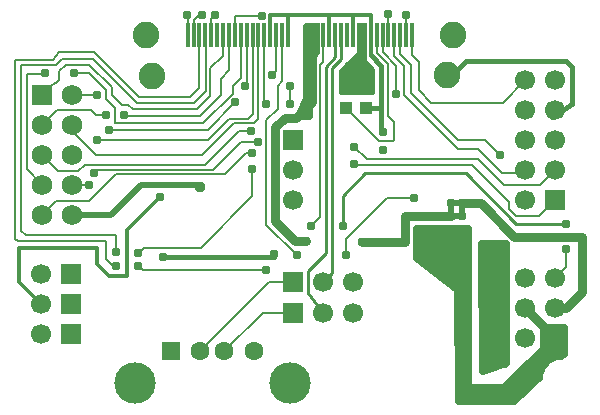
<source format=gbl>
G04 DipTrace 2.4.0.2*
%INBottom.gbr*%
%MOIN*%
%ADD13C,0.01*%
%ADD14C,0.0079*%
%ADD15C,0.02*%
%ADD16C,0.015*%
%ADD17C,0.012*%
%ADD18C,0.03*%
%ADD22C,0.025*%
%ADD25R,0.0433X0.0394*%
%ADD28R,0.0689X0.0689*%
%ADD29C,0.0689*%
%ADD30R,0.0669X0.0669*%
%ADD31C,0.0669*%
%ADD32R,0.0126X0.0827*%
%ADD33C,0.0886*%
%ADD34R,0.063X0.063*%
%ADD35C,0.063*%
%ADD36C,0.1378*%
%ADD48C,0.031*%
%ADD49C,0.037*%
%FSLAX44Y44*%
G04*
G70*
G90*
G75*
G01*
%LNBottom*%
%LPD*%
X15452Y16565D2*
D17*
Y17239D1*
X16040D1*
Y16567D1*
X16042Y16565D1*
X15452Y17239D2*
X14662D1*
Y16567D1*
X14664Y16565D1*
X12696D2*
Y17232D1*
X13280D1*
Y16572D1*
X13286Y16565D1*
X13280Y17232D2*
X14662Y17239D1*
X16042Y16565D2*
Y15882D1*
D16*
X16389Y15535D1*
Y14126D1*
Y13315D1*
D17*
X16440D1*
X17814Y9859D2*
D15*
Y9265D1*
X21187Y7461D2*
D18*
X22187Y6461D1*
X18583Y15218D2*
D16*
Y15037D1*
X19234Y15687D1*
X22560D1*
X22751Y15497D1*
Y14273D1*
X22070Y13824D1*
X22190Y14065D1*
X15895Y14126D2*
X16389D1*
X6090Y10565D2*
D15*
X7383D1*
X8397Y11579D1*
X10266D1*
X10360Y11484D1*
X17814Y9265D2*
X18253D1*
X18263Y9254D1*
X18724D1*
X19128D1*
Y4612D1*
X20338D1*
X22187Y6461D1*
X12816Y9251D2*
D16*
Y9172D1*
X9122D1*
X22190Y12065D2*
D14*
X21681Y11556D1*
X20475D1*
X19615Y12416D1*
X15930D1*
X15500Y12847D1*
X12102Y12104D2*
Y11182D1*
X10398Y9479D1*
X8473D1*
X8291Y9296D1*
X7557Y9324D2*
Y9894D1*
X4542D1*
X4393Y10043D1*
Y15574D1*
X5562D1*
X5755Y15768D1*
X6775D1*
X8240Y14303D1*
X10142D1*
X10536Y14697D1*
Y16559D1*
X10530Y16565D1*
X22190Y11065D2*
X21654Y10529D1*
X20879D1*
X20646Y10763D1*
Y10985D1*
X19415Y12216D1*
X15500D1*
Y12275D1*
X8280Y8857D2*
Y8891D1*
X8444Y8727D1*
X12529D1*
X12537Y8734D1*
X7562Y8849D2*
X7467D1*
X7214Y9101D1*
Y9681D1*
X4286D1*
X4202Y9764D1*
Y15739D1*
X5444D1*
X5657Y15992D1*
X6831D1*
X8323Y14501D1*
X10031D1*
X10334Y14803D1*
Y16565D1*
X14074D2*
D17*
Y15950D1*
X14271D1*
Y16565D1*
X13894Y9683D2*
D18*
X13528D1*
X12854Y10358D1*
Y13485D1*
X13182Y13813D1*
X13565D1*
X14074Y14322D1*
Y15950D1*
X15752Y9672D2*
X17183D1*
Y10526D1*
X18723D1*
X19089D2*
D15*
X18727D1*
X19092Y10966D2*
Y10962D1*
D18*
X19705D1*
X20824Y9843D1*
X23073D1*
Y7982D1*
X22552Y7461D1*
X22187D1*
X18727Y10966D2*
D15*
Y10531D1*
X18723Y10526D1*
X19092Y10962D2*
Y10529D1*
X18727Y10966D2*
X19088D1*
X19871Y6188D2*
D18*
X19889Y6171D1*
Y5755D1*
X20378Y6222D2*
X20392Y6208D1*
Y5754D1*
X19889Y5755D2*
Y9465D1*
X19886Y9468D1*
X20392Y9455D2*
Y5755D1*
Y5754D1*
X15166Y15260D2*
D17*
X15568D1*
X15573Y15254D1*
X15987D1*
X16008Y15233D1*
X15649Y16565D2*
Y15742D1*
X15166Y15260D1*
X15845Y16565D2*
Y15396D1*
X16008Y15233D1*
X15166Y15260D2*
D14*
Y14821D1*
X15160Y14815D1*
X15573Y15254D2*
Y14800D1*
X15574D1*
X16008Y15233D2*
Y14810D1*
X15995Y14796D1*
X15577D1*
X15574Y14800D2*
X15175D1*
X15160Y14815D1*
X16239Y16565D2*
Y15956D1*
X16603Y15592D1*
Y13879D1*
X16830Y13653D1*
Y13080D1*
X16787Y13037D1*
X16314D1*
X15225Y14126D1*
X17220Y17246D2*
X17223Y16565D1*
X17420D2*
Y15897D1*
X17650Y15668D1*
Y14761D1*
X17640Y14751D1*
Y14732D1*
X18059Y14312D1*
X20437D1*
X21190Y15065D1*
X16436Y16565D2*
Y15989D1*
X16878Y15546D1*
Y14608D1*
X16886Y14600D1*
X13089Y16565D2*
X13099D1*
Y15019D1*
X12945Y14866D1*
Y14110D1*
X12551Y13716D1*
Y10243D1*
X13576Y9217D1*
X15233Y9238D2*
Y9772D1*
X16589Y11128D1*
X17480D1*
X22187Y8461D2*
D13*
X22245D1*
Y8315D1*
X14467Y16565D2*
D14*
Y15676D1*
X14368Y15576D1*
Y10495D1*
X14061Y10188D1*
X15117Y10212D2*
D13*
Y11211D1*
X15856Y11950D1*
X19215D1*
X20901Y10263D1*
X22201D1*
X22187Y10248D1*
X22541D1*
X22542D1*
X22554Y9445D2*
D14*
Y8828D1*
X22187Y8461D1*
X5053Y7589D2*
D17*
X4314Y8328D1*
Y9448D1*
X6921D1*
Y8935D1*
X7314Y8542D1*
X7925D1*
Y10064D1*
X9023Y11162D1*
X16830Y16565D2*
D14*
Y15857D1*
X17167Y15519D1*
Y14569D1*
X18958Y12777D1*
X19613D1*
X20418Y11973D1*
X21098D1*
X21190Y12065D1*
X17026Y16565D2*
Y15923D1*
X17381Y15568D1*
Y14631D1*
X18945Y13067D1*
X19860D1*
X20362Y12565D1*
Y12573D1*
X14861Y16565D2*
D13*
Y15820D1*
X14537Y15496D1*
Y9283D1*
X13954Y8701D1*
Y7976D1*
X13943D1*
X14440Y7307D1*
X15058Y16565D2*
Y15755D1*
X14757Y15454D1*
Y8632D1*
X14440Y8315D1*
X13440Y7307D2*
D14*
X12436D1*
X11152Y6023D1*
X13440Y8315D2*
X12656D1*
X10365Y6023D1*
X9940Y16565D2*
Y17209D1*
X9919Y17230D1*
X10137Y16565D2*
Y17074D1*
X10404Y17342D1*
Y17227D1*
X10727Y16565D2*
Y17093D1*
X10864Y17230D1*
X5090Y14565D2*
X4907D1*
X5573Y14984D1*
X5668Y15055D1*
Y15350D1*
X5876Y15558D1*
X6664D1*
X7407Y14816D1*
Y14559D1*
X7736Y14229D1*
X7956D1*
X8125Y14090D1*
X10267D1*
X10694Y14517D1*
Y15449D1*
X11121Y15876D1*
Y16565D1*
X11318D2*
Y15381D1*
X11043Y15106D1*
Y14548D1*
X10358Y13863D1*
X7810D1*
Y13906D1*
X7230Y13891D2*
X6880D1*
X6703Y14068D1*
X5593D1*
X5090Y13565D1*
X12409Y17205D2*
X11515D1*
Y16565D1*
X12062Y13355D2*
X11639D1*
X10520Y12237D1*
X6507D1*
X6298Y12028D1*
X5627D1*
X5090Y12565D1*
X6160Y15284D2*
X6654D1*
X7216Y14722D1*
Y14442D1*
X7525Y14133D1*
Y13625D1*
X10464D1*
X11440Y14602D1*
Y14848D1*
X11711Y15120D1*
Y16565D1*
X5184Y15306D2*
Y15255D1*
X4571D1*
Y12084D1*
X5090Y11565D1*
X13355Y14272D2*
Y14853D1*
X12088Y12629D2*
X11895D1*
X11188Y11922D1*
X7539D1*
X6645Y11028D1*
X5553D1*
X5090Y10565D1*
X11839Y14853D2*
X11908Y14922D1*
Y16565D1*
X6930Y13065D2*
X10610D1*
X11324Y13778D1*
X11948D1*
X12105Y13936D1*
Y16565D1*
X6930Y14565D2*
X6090D1*
Y13565D2*
Y13369D1*
X6432Y13028D1*
X6422D1*
X6885Y12565D1*
X10425D1*
X11481Y13621D1*
X12145D1*
X12302Y13778D1*
Y16565D1*
X6820Y11971D2*
X6929Y12079D1*
X10786D1*
X11718Y13012D1*
X12276D1*
X12568Y14272D2*
X12499Y14341D1*
Y16565D1*
X12765Y15227D2*
X12893Y15355D1*
Y16565D1*
X7313Y13409D2*
X10624D1*
X11535Y14320D1*
X6663Y11565D2*
X6090D1*
X16633Y16565D2*
Y17244D1*
X16626Y17251D1*
D48*
X15166Y15260D3*
X16008Y15233D3*
X20392Y5754D3*
X19889Y5755D3*
X19092Y10962D3*
X17480Y11128D3*
X16886Y14600D3*
X19886Y9468D3*
X20392Y9455D3*
X9122Y9172D3*
X12816Y9251D3*
X17814Y9859D3*
Y9265D3*
X9023Y11162D3*
X16440Y13315D3*
X16453Y12717D3*
X16626Y17251D3*
X17220Y17246D3*
X15752Y9672D3*
X15117Y10212D3*
X14061Y10188D3*
X13894Y9683D3*
X20362Y12573D3*
X9919Y17230D3*
X10864D3*
X10404Y17227D3*
X22542Y10248D3*
X22554Y9445D3*
X15500Y12275D3*
Y12847D3*
X8291Y9296D3*
X12537Y8734D3*
X12102Y12104D3*
X8280Y8857D3*
X7557Y9324D3*
X7562Y8849D3*
X7810Y13906D3*
X7230Y13891D3*
X6160Y15284D3*
X5184Y15306D3*
X13576Y9217D3*
X15233Y9238D3*
X18723Y10526D3*
X19089D3*
X18727Y10966D3*
D49*
X10360Y11484D3*
D48*
X18263Y9254D3*
X18724D3*
X15573Y15254D3*
X12409Y17205D3*
X12062Y13355D3*
X11839Y14853D3*
X13355D3*
Y14272D3*
X12088Y12629D3*
X6930Y13065D3*
Y14565D3*
X12568Y14272D3*
X12276Y13012D3*
X6820Y11971D3*
X12765Y15227D3*
X11535Y14320D3*
X7313Y13409D3*
X6663Y11565D3*
X15160Y14815D3*
X15574Y14800D3*
X15995Y14796D3*
X15708Y16837D2*
D13*
X15785D1*
X15708Y16738D2*
X15785D1*
X15708Y16640D2*
X15785D1*
X15708Y16541D2*
X15785D1*
X15708Y16442D2*
X15785D1*
X15708Y16344D2*
X15785D1*
X15708Y16245D2*
X15785D1*
X15708Y16146D2*
X15785D1*
X15708Y16048D2*
X15785D1*
X15616Y15949D2*
X15782D1*
X15513Y15850D2*
X15776D1*
X15408Y15752D2*
X15809D1*
X15304Y15653D2*
X15895D1*
X15199Y15554D2*
X15993D1*
X15099Y15455D2*
X16093D1*
X15032Y15357D2*
X16120D1*
X15032Y15258D2*
X16120D1*
X15032Y15159D2*
X16120D1*
X15032Y15061D2*
X16120D1*
X15032Y14962D2*
X16120D1*
X15032Y14863D2*
X16120D1*
X15032Y14765D2*
X16120D1*
X15032Y14666D2*
X16120D1*
X15699Y16936D2*
Y15968D1*
X15625D1*
X15235Y15597D1*
X15047Y15412D1*
X15023Y15389D1*
X15021Y14625D1*
X15179D1*
Y14640D1*
X15941D1*
Y14626D1*
X16129Y14625D1*
X16130Y15429D1*
X15859Y15699D1*
X15827Y15737D1*
X15804Y15781D1*
X15789Y15829D1*
X15783Y15878D1*
X15787Y15928D1*
X15798Y15966D1*
X15795Y15968D1*
Y16935D1*
X15697Y16936D1*
X17615Y9833D2*
D22*
X19257D1*
X17615Y9585D2*
X19257D1*
X17615Y9336D2*
X19257D1*
X17685Y9087D2*
X19257D1*
X18006Y8839D2*
X19253D1*
X18326Y8590D2*
X19253D1*
X18650Y8341D2*
X19253D1*
X18967Y8093D2*
X19253D1*
X18994Y7844D2*
X19253D1*
X18994Y7595D2*
X19253D1*
X18994Y7347D2*
X19253D1*
X18994Y7098D2*
X19253D1*
X18994Y6849D2*
X19253D1*
X18994Y6601D2*
X19253D1*
X21850D2*
X22456D1*
X18994Y6352D2*
X19253D1*
X21850D2*
X22456D1*
X18994Y6103D2*
X19249D1*
X21834D2*
X22452D1*
X18994Y5854D2*
X19249D1*
X21592D2*
X22253D1*
X18994Y5606D2*
X19249D1*
X21338D2*
X21815D1*
X18994Y5357D2*
X19249D1*
X21084D2*
X21663D1*
X18994Y5108D2*
X19249D1*
X20830D2*
X21589D1*
X18994Y4860D2*
X19249D1*
X20576D2*
X21331D1*
X18994Y4611D2*
X21073D1*
X18994Y4362D2*
X20819D1*
X21638Y5129D2*
X21663Y5279D1*
X21705Y5397D1*
X21765Y5506D1*
X21841Y5605D1*
X21932Y5691D1*
X22035Y5762D1*
X22147Y5816D1*
X22267Y5852D1*
X22402Y5870D1*
X22477Y5945D1*
X22484Y6786D1*
X21823Y6785D1*
X21822Y6155D1*
X21786Y6069D1*
X20534Y4847D1*
X20450Y4812D1*
X19399D1*
X19293Y4873D1*
X19274Y4937D1*
X19281Y10082D1*
X17589D1*
X17588Y9141D1*
X18922Y8108D1*
X18968Y8031D1*
X18970Y4352D1*
X20833D1*
X21635Y5130D1*
X19786Y9341D2*
X20533D1*
X19786Y9092D2*
X20533D1*
X19786Y8843D2*
X20533D1*
X19786Y8595D2*
X20533D1*
X19786Y8346D2*
X20533D1*
X19790Y8097D2*
X20529D1*
X19790Y7848D2*
X20529D1*
X19790Y7600D2*
X20529D1*
X19790Y7351D2*
X20529D1*
X19790Y7102D2*
X20525D1*
X19790Y6854D2*
X20525D1*
X19794Y6605D2*
X20525D1*
X19794Y6356D2*
X20525D1*
X19794Y6108D2*
X20525D1*
X19794Y5859D2*
X20521D1*
X19794Y5610D2*
X20513D1*
X20556Y9589D2*
X19760D1*
X19770Y5367D1*
X20550Y5614D1*
X20548Y6021D1*
X20560Y9588D1*
X13934Y16591D2*
X14114D1*
X13934Y16343D2*
X14114D1*
X13934Y16094D2*
X14114D1*
X13934Y15845D2*
X14083D1*
X13778Y14105D2*
X13954D1*
X13664Y13856D2*
X13954D1*
X14139Y15891D2*
Y16844D1*
X13909Y16840D1*
X13903Y14440D1*
X13636Y13851D1*
X13977D1*
X13979Y15491D1*
X14006Y15616D1*
X14020Y15644D1*
X14037Y15746D1*
X14139Y15891D1*
D28*
X5090Y14565D3*
D29*
Y13565D3*
Y12565D3*
Y11565D3*
Y10565D3*
X6090D3*
Y11565D3*
Y12565D3*
Y13565D3*
Y14565D3*
D30*
X13468Y13066D3*
D31*
Y12066D3*
Y11066D3*
D30*
X22190Y11065D3*
D31*
X21190D3*
X22190Y12065D3*
X21190D3*
X22190Y13065D3*
X21190D3*
X22190Y14065D3*
X21190D3*
X22190Y15065D3*
X21190D3*
D30*
X6053Y6589D3*
D31*
X5053D3*
D32*
X9940Y16565D3*
X10137D3*
X10334D3*
X10530D3*
X10727D3*
X10924D3*
X11121D3*
X11318D3*
X11515D3*
X11711D3*
X11908D3*
X12105D3*
X12302D3*
X12499D3*
X12696D3*
X12893D3*
X13089D3*
X13286D3*
X14074D3*
X14271D3*
X14467D3*
X14664D3*
X14861D3*
X15058D3*
X15255D3*
X15452D3*
X15649D3*
X15845D3*
X16042D3*
X16239D3*
X16436D3*
X16633D3*
X16830D3*
X17026D3*
X17223D3*
X17420D3*
D33*
X8765Y15209D3*
X18790Y16565D3*
X18583Y15218D3*
X8555Y16565D3*
D34*
X9380Y6023D3*
D35*
X10365D3*
X11152D3*
X12136D3*
D36*
X8172Y4956D3*
X13345D3*
D30*
X13440Y7307D3*
D31*
X14440D3*
X15440D3*
D30*
X13440Y8315D3*
D31*
X14440D3*
X15440D3*
D30*
X6053Y7589D3*
D31*
X5053D3*
D30*
X6053Y8589D3*
D31*
X5053D3*
D30*
X22187Y6461D3*
D31*
X21187D3*
X22187Y7461D3*
X21187D3*
X22187Y8461D3*
X21187D3*
D25*
X15895Y14126D3*
X15225D3*
M02*

</source>
